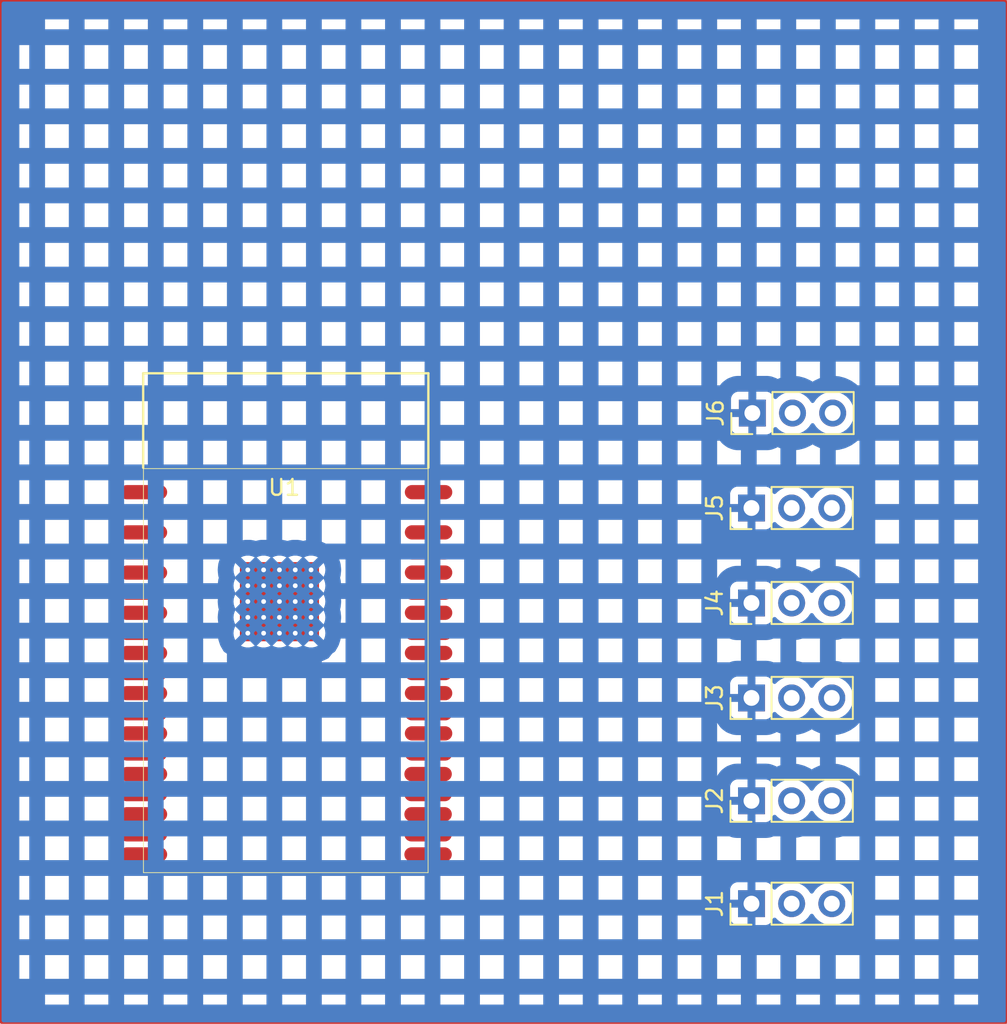
<source format=kicad_pcb>
(kicad_pcb (version 20240108) (generator "pcbnew") (generator_version "8.0")
  (layers (0 "F.Cu" signal) (31 "B.Cu" signal) (34 "B.Paste" user) (35 "F.Paste" user) (36 "B.SilkS" user "B.Silkscreen") (37 "F.SilkS" user "F.Silkscreen") (38 "B.Mask" user) (39 "F.Mask" user) (44 "Edge.Cuts" user))
  (net 0 "")
  (net 1 "5V")
  (net 2 "GND")
  (net 3 "Net-(J1-Pin_3)")
  (net 4 "Net-(J2-Pin_3)")
  (net 5 "Net-(J3-Pin_3)")
  (net 6 "Net-(J4-Pin_3)")
  (net 7 "Net-(J5-Pin_3)")
  (net 8 "Net-(J6-Pin_3)")
  (footprint "Connector_PinHeader_2.54mm:PinHeader_1x03_P2.54mm_Vertical" (layer "F.Cu") (at 222.42 71.5 90)
    (property "Reference" "J5" (at 0 -2.33 90) (layer "F.SilkS"))
    (property "Value" "Servo shoulder Header")
    (fp_line (start -1.33 -1.33) (end 0 -1.33) (stroke (width 0.12)) (layer "F.SilkS"))
    (fp_line (start -1.33 0) (end -1.33 -1.33) (stroke (width 0.12)) (layer "F.SilkS"))
    (fp_line (start 1.33 1.27) (end 1.33 6.41) (stroke (width 0.12)) (layer "F.SilkS"))
    (fp_line (start -1.33 1.27) (end 1.33 1.27) (stroke (width 0.12)) (layer "F.SilkS"))
    (fp_line (start -1.33 1.27) (end -1.33 6.41) (stroke (width 0.12)) (layer "F.SilkS"))
    (fp_line (start -1.33 6.41) (end 1.33 6.41) (stroke (width 0.12)) (layer "F.SilkS"))
    (pad "1" thru_hole rect (at 0 0 90) (size 1.7 1.7) (drill 1) (layers "*.Cu" "*.Mask") (net 2 "GND"))
    (pad "2" thru_hole oval (at 0 2.54 90) (size 1.7 1.7) (drill 1) (layers "*.Cu" "*.Mask") (net 1 "5V"))
    (pad "3" thru_hole oval (at 0 5.08 90) (size 1.7 1.7) (drill 1) (layers "*.Cu" "*.Mask") (net 7 "Net-(J5-Pin_3)"))
  )
  (footprint "Connector_PinHeader_2.54mm:PinHeader_1x03_P2.54mm_Vertical" (layer "F.Cu") (at 222.475 65.5 90)
    (property "Reference" "J6" (at 0 -2.33 90) (layer "F.SilkS"))
    (property "Value" "Servo waist Header")
    (fp_line (start -1.33 -1.33) (end 0 -1.33) (stroke (width 0.12)) (layer "F.SilkS"))
    (fp_line (start -1.33 0) (end -1.33 -1.33) (stroke (width 0.12)) (layer "F.SilkS"))
    (fp_line (start 1.33 1.27) (end 1.33 6.41) (stroke (width 0.12)) (layer "F.SilkS"))
    (fp_line (start -1.33 1.27) (end 1.33 1.27) (stroke (width 0.12)) (layer "F.SilkS"))
    (fp_line (start -1.33 1.27) (end -1.33 6.41) (stroke (width 0.12)) (layer "F.SilkS"))
    (fp_line (start -1.33 6.41) (end 1.33 6.41) (stroke (width 0.12)) (layer "F.SilkS"))
    (pad "1" thru_hole rect (at 0 0 90) (size 1.7 1.7) (drill 1) (layers "*.Cu" "*.Mask") (net 2 "GND"))
    (pad "2" thru_hole oval (at 0 2.54 90) (size 1.7 1.7) (drill 1) (layers "*.Cu" "*.Mask") (net 1 "5V"))
    (pad "3" thru_hole oval (at 0 5.08 90) (size 1.7 1.7) (drill 1) (layers "*.Cu" "*.Mask") (net 8 "Net-(J6-Pin_3)"))
  )
  (footprint "Connector_PinHeader_2.54mm:PinHeader_1x03_P2.54mm_Vertical" (layer "F.Cu") (at 222.42 90 90)
    (property "Reference" "J2" (at 0 -2.33 90) (layer "F.SilkS"))
    (property "Value" "Servo wrist pitch Header")
    (fp_line (start -1.33 -1.33) (end 0 -1.33) (stroke (width 0.12)) (layer "F.SilkS"))
    (fp_line (start -1.33 0) (end -1.33 -1.33) (stroke (width 0.12)) (layer "F.SilkS"))
    (fp_line (start 1.33 1.27) (end 1.33 6.41) (stroke (width 0.12)) (layer "F.SilkS"))
    (fp_line (start -1.33 1.27) (end 1.33 1.27) (stroke (width 0.12)) (layer "F.SilkS"))
    (fp_line (start -1.33 1.27) (end -1.33 6.41) (stroke (width 0.12)) (layer "F.SilkS"))
    (fp_line (start -1.33 6.41) (end 1.33 6.41) (stroke (width 0.12)) (layer "F.SilkS"))
    (pad "1" thru_hole rect (at 0 0 90) (size 1.7 1.7) (drill 1) (layers "*.Cu" "*.Mask") (net 2 "GND"))
    (pad "2" thru_hole oval (at 0 2.54 90) (size 1.7 1.7) (drill 1) (layers "*.Cu" "*.Mask") (net 1 "5V"))
    (pad "3" thru_hole oval (at 0 5.08 90) (size 1.7 1.7) (drill 1) (layers "*.Cu" "*.Mask") (net 4 "Net-(J2-Pin_3)"))
  )
  (footprint "Connector_PinHeader_2.54mm:PinHeader_1x03_P2.54mm_Vertical" (layer "F.Cu") (at 222.42 96.5 90)
    (property "Reference" "J1" (at 0 -2.33 90) (layer "F.SilkS"))
    (property "Value" "Servo gripper Header")
    (fp_line (start -1.33 -1.33) (end 0 -1.33) (stroke (width 0.12)) (layer "F.SilkS"))
    (fp_line (start -1.33 0) (end -1.33 -1.33) (stroke (width 0.12)) (layer "F.SilkS"))
    (fp_line (start 1.33 1.27) (end 1.33 6.41) (stroke (width 0.12)) (layer "F.SilkS"))
    (fp_line (start -1.33 1.27) (end 1.33 1.27) (stroke (width 0.12)) (layer "F.SilkS"))
    (fp_line (start -1.33 1.27) (end -1.33 6.41) (stroke (width 0.12)) (layer "F.SilkS"))
    (fp_line (start -1.33 6.41) (end 1.33 6.41) (stroke (width 0.12)) (layer "F.SilkS"))
    (pad "1" thru_hole rect (at 0 0 90) (size 1.7 1.7) (drill 1) (layers "*.Cu" "*.Mask") (net 2 "GND"))
    (pad "2" thru_hole oval (at 0 2.54 90) (size 1.7 1.7) (drill 1) (layers "*.Cu" "*.Mask") (net 1 "5V"))
    (pad "3" thru_hole oval (at 0 5.08 90) (size 1.7 1.7) (drill 1) (layers "*.Cu" "*.Mask") (net 3 "Net-(J1-Pin_3)"))
  )
  (footprint "Library:ESP32-WROVER" (layer "F.Cu") (at 192.97 69.59)
    (property "Reference" "U1" (at -0.1 0.62 0) (layer "F.SilkS"))
    (property "Value" "ESP32-WROVER" (hide yes))
    (fp_line (start -9.017 -0.635) (end -9.017 -6.604) (stroke (width 0.15)) (layer "F.SilkS"))
    (fp_line (start -9 -0.58) (end 9 -0.58) (stroke (width 0.05)) (layer "F.SilkS"))
    (fp_line (start -9 24.95) (end -9 -0.58) (stroke (width 0.05)) (layer "F.SilkS"))
    (fp_line (start 9 -0.58) (end 9 24.95) (stroke (width 0.05)) (layer "F.SilkS"))
    (fp_line (start 9 24.95) (end -9 24.95) (stroke (width 0.05)) (layer "F.SilkS"))
    (fp_line (start 9.017 -6.604) (end -9.017 -6.604) (stroke (width 0.15)) (layer "F.SilkS"))
    (fp_line (start 9.017 -0.635) (end 9.017 -6.604) (stroke (width 0.15)) (layer "F.SilkS"))
    (pad "1" smd oval (at -9 0.91) (size 3 0.9) (layers "F.Cu" "F.Paste" "F.Mask"))
    (pad "2" smd oval (at -9 2.18) (size 3 0.9) (layers "F.Cu" "F.Paste" "F.Mask"))
    (pad "3" smd oval (at -9 3.45) (size 3 0.9) (layers "F.Cu" "F.Paste" "F.Mask"))
    (pad "4" smd oval (at -9 4.72) (size 3 0.9) (layers "F.Cu" "F.Paste" "F.Mask"))
    (pad "5" smd oval (at -9 5.99) (size 3 0.9) (layers "F.Cu" "F.Paste" "F.Mask"))
    (pad "6" smd oval (at -9 7.26) (size 3 0.9) (layers "F.Cu" "F.Paste" "F.Mask"))
    (pad "7" smd oval (at -9 8.53) (size 3 0.9) (layers "F.Cu" "F.Paste" "F.Mask"))
    (pad "8" smd oval (at -9 9.8) (size 3 0.9) (layers "F.Cu" "F.Paste" "F.Mask"))
    (pad "9" smd oval (at -9 11.07) (size 3 0.9) (layers "F.Cu" "F.Paste" "F.Mask"))
    (pad "10" smd oval (at -9 12.34) (size 3 0.9) (layers "F.Cu" "F.Paste" "F.Mask") (net 8 "Net-(J6-Pin_3)"))
    (pad "11" smd oval (at -9 13.61) (size 3 0.9) (layers "F.Cu" "F.Paste" "F.Mask") (net 7 "Net-(J5-Pin_3)"))
    (pad "12" smd oval (at -9 14.88) (size 3 0.9) (layers "F.Cu" "F.Paste" "F.Mask") (net 6 "Net-(J4-Pin_3)"))
    (pad "13" smd oval (at -9 16.15) (size 3 0.9) (layers "F.Cu" "F.Paste" "F.Mask"))
    (pad "14" smd oval (at -9 17.42) (size 3 0.9) (layers "F.Cu" "F.Paste" "F.Mask"))
    (pad "15" smd oval (at -9 18.72) (size 3 0.9) (layers "F.Cu" "F.Paste" "F.Mask"))
    (pad "16" smd oval (at -9 19.99) (size 3 0.9) (layers "F.Cu" "F.Paste" "F.Mask"))
    (pad "17" smd oval (at -9 21.26) (size 3 0.9) (layers "F.Cu" "F.Paste" "F.Mask"))
    (pad "18" smd oval (at -9 22.53) (size 3 0.9) (layers "F.Cu" "F.Paste" "F.Mask"))
    (pad "19" smd oval (at -9 23.8) (size 3 0.9) (layers "F.Cu" "F.Paste" "F.Mask"))
    (pad "20" smd oval (at 9 23.8) (size 3 0.9) (layers "F.Cu" "F.Paste" "F.Mask"))
    (pad "21" smd oval (at 9 22.53) (size 3 0.9) (layers "F.Cu" "F.Paste" "F.Mask"))
    (pad "22" smd oval (at 9 21.26) (size 3 0.9) (layers "F.Cu" "F.Paste" "F.Mask"))
    (pad "23" smd oval (at 9 19.99) (size 3 0.9) (layers "F.Cu" "F.Paste" "F.Mask"))
    (pad "24" smd oval (at 9 18.72) (size 3 0.9) (layers "F.Cu" "F.Paste" "F.Mask"))
    (pad "25" smd oval (at 9.03 17.42) (size 3 0.9) (layers "F.Cu" "F.Paste" "F.Mask"))
    (pad "26" smd oval (at 9.03 16.15) (size 3 0.9) (layers "F.Cu" "F.Paste" "F.Mask"))
    (pad "27" smd oval (at 9.03 14.88) (size 3 0.9) (layers "F.Cu" "F.Paste" "F.Mask"))
    (pad "28" smd oval (at 9.03 13.61) (size 3 0.9) (layers "F.Cu" "F.Paste" "F.Mask"))
    (pad "29" smd oval (at 9.03 12.34) (size 3 0.9) (layers "F.Cu" "F.Paste" "F.Mask"))
    (pad "30" smd oval (at 9.03 11.07) (size 3 0.9) (layers "F.Cu" "F.Paste" "F.Mask") (net 3 "Net-(J1-Pin_3)"))
    (pad "31" smd oval (at 9.03 9.8) (size 3 0.9) (layers "F.Cu" "F.Paste" "F.Mask") (net 5 "Net-(J3-Pin_3)"))
    (pad "32" smd oval (at 9.03 8.53) (size 3 0.9) (layers "F.Cu" "F.Paste" "F.Mask"))
    (pad "33" smd oval (at 9.03 7.26) (size 3 0.9) (layers "F.Cu" "F.Paste" "F.Mask") (net 4 "Net-(J2-Pin_3)"))
    (pad "34" smd oval (at 9.03 5.99) (size 3 0.9) (layers "F.Cu" "F.Paste" "F.Mask"))
    (pad "35" smd oval (at 9.03 4.72) (size 3 0.9) (layers "F.Cu" "F.Paste" "F.Mask"))
    (pad "36" smd oval (at 9.03 3.45) (size 3 0.9) (layers "F.Cu" "F.Paste" "F.Mask"))
    (pad "37" smd oval (at 9.03 2.18) (size 3 0.9) (layers "F.Cu" "F.Paste" "F.Mask"))
    (pad "38" smd oval (at 9.03 0.91) (size 3 0.9) (layers "F.Cu" "F.Paste" "F.Mask") (net 2 "GND"))
    (pad "39" thru_hole circle (at -2.4 5.82) (size 0.8 0.8) (drill 0.3) (layers "*.Cu" "*.Mask") (net 2 "GND"))
    (pad "39" thru_hole circle (at -2.4 6.82) (size 0.8 0.8) (drill 0.3) (layers "*.Cu" "*.Mask") (net 2 "GND"))
    (pad "39" thru_hole circle (at -2.4 7.82) (size 0.8 0.8) (drill 0.3) (layers "*.Cu" "*.Mask") (net 2 "GND"))
    (pad "39" thru_hole circle (at -2.4 8.82) (size 0.8 0.8) (drill 0.3) (layers "*.Cu" "*.Mask") (net 2 "GND"))
    (pad "39" thru_hole circle (at -2.4 9.82) (size 0.8 0.8) (drill 0.3) (layers "*.Cu" "*.Mask") (net 2 "GND"))
    (pad "39" thru_hole circle (at -1.4 5.82) (size 0.8 0.8) (drill 0.3) (layers "*.Cu" "*.Mask") (net 2 "GND"))
    (pad "39" thru_hole circle (at -1.4 6.82) (size 0.8 0.8) (drill 0.3) (layers "*.Cu" "*.Mask") (net 2 "GND"))
    (pad "39" thru_hole circle (at -1.4 7.82) (size 0.8 0.8) (drill 0.3) (layers "*.Cu" "*.Mask") (net 2 "GND"))
    (pad "39" thru_hole circle (at -1.4 8.82) (size 0.8 0.8) (drill 0.3) (layers "*.Cu" "*.Mask") (net 2 "GND"))
    (pad "39" thru_hole circle (at -1.4 9.82) (size 0.8 0.8) (drill 0.3) (layers "*.Cu" "*.Mask") (net 2 "GND"))
    (pad "39" thru_hole circle (at -0.4 5.82) (size 0.8 0.8) (drill 0.3) (layers "*.Cu" "*.Mask") (net 2 "GND"))
    (pad "39" thru_hole circle (at -0.4 6.82) (size 0.8 0.8) (drill 0.3) (layers "*.Cu" "*.Mask") (net 2 "GND"))
    (pad "39" thru_hole circle (at -0.4 7.82) (size 0.8 0.8) (drill 0.3) (layers "*.Cu" "*.Mask") (net 2 "GND"))
    (pad "39" smd rect (at -0.4 7.83) (size 5 5) (layers "F.Cu" "F.Paste" "F.Mask") (net 2 "GND"))
    (pad "39" thru_hole circle (at -0.4 8.82) (size 0.8 0.8) (drill 0.3) (layers "*.Cu" "*.Mask") (net 2 "GND"))
    (pad "39" thru_hole circle (at -0.4 9.82) (size 0.8 0.8) (drill 0.3) (layers "*.Cu" "*.Mask") (net 2 "GND"))
    (pad "39" thru_hole circle (at 0.6 5.82) (size 0.8 0.8) (drill 0.3) (layers "*.Cu" "*.Mask") (net 2 "GND"))
    (pad "39" thru_hole circle (at 0.6 6.82) (size 0.8 0.8) (drill 0.3) (layers "*.Cu" "*.Mask") (net 2 "GND"))
    (pad "39" thru_hole circle (at 0.6 7.82) (size 0.8 0.8) (drill 0.3) (layers "*.Cu" "*.Mask") (net 2 "GND"))
    (pad "39" thru_hole circle (at 0.6 8.82) (size 0.8 0.8) (drill 0.3) (layers "*.Cu" "*.Mask") (net 2 "GND"))
    (pad "39" thru_hole circle (at 0.6 9.82) (size 0.8 0.8) (drill 0.3) (layers "*.Cu" "*.Mask") (net 2 "GND"))
    (pad "39" thru_hole circle (at 1.6 5.82) (size 0.8 0.8) (drill 0.3) (layers "*.Cu" "*.Mask") (net 2 "GND"))
    (pad "39" thru_hole circle (at 1.6 6.82) (size 0.8 0.8) (drill 0.3) (layers "*.Cu" "*.Mask") (net 2 "GND"))
    (pad "39" thru_hole circle (at 1.6 7.82) (size 0.8 0.8) (drill 0.3) (layers "*.Cu" "*.Mask") (net 2 "GND"))
    (pad "39" thru_hole circle (at 1.6 8.82) (size 0.8 0.8) (drill 0.3) (layers "*.Cu" "*.Mask") (net 2 "GND"))
    (pad "39" thru_hole circle (at 1.6 9.82) (size 0.8 0.8) (drill 0.3) (layers "*.Cu" "*.Mask") (net 2 "GND"))
  )
  (footprint "Connector_PinHeader_2.54mm:PinHeader_1x03_P2.54mm_Vertical" (layer "F.Cu") (at 222.42 83.5 90)
    (property "Reference" "J3" (at 0 -2.33 90) (layer "F.SilkS"))
    (property "Value" "Servo wrist roll Header")
    (fp_line (start -1.33 -1.33) (end 0 -1.33) (stroke (width 0.12)) (layer "F.SilkS"))
    (fp_line (start -1.33 0) (end -1.33 -1.33) (stroke (width 0.12)) (layer "F.SilkS"))
    (fp_line (start 1.33 1.27) (end 1.33 6.41) (stroke (width 0.12)) (layer "F.SilkS"))
    (fp_line (start -1.33 1.27) (end 1.33 1.27) (stroke (width 0.12)) (layer "F.SilkS"))
    (fp_line (start -1.33 1.27) (end -1.33 6.41) (stroke (width 0.12)) (layer "F.SilkS"))
    (fp_line (start -1.33 6.41) (end 1.33 6.41) (stroke (width 0.12)) (layer "F.SilkS"))
    (pad "1" thru_hole rect (at 0 0 90) (size 1.7 1.7) (drill 1) (layers "*.Cu" "*.Mask") (net 2 "GND"))
    (pad "2" thru_hole oval (at 0 2.54 90) (size 1.7 1.7) (drill 1) (layers "*.Cu" "*.Mask") (net 1 "5V"))
    (pad "3" thru_hole oval (at 0 5.08 90) (size 1.7 1.7) (drill 1) (layers "*.Cu" "*.Mask") (net 5 "Net-(J3-Pin_3)"))
  )
  (footprint "Connector_PinHeader_2.54mm:PinHeader_1x03_P2.54mm_Vertical" (layer "F.Cu") (at 222.42 77.5 90)
    (property "Reference" "J4" (at 0 -2.33 90) (layer "F.SilkS"))
    (property "Value" "Servo elbow Header")
    (fp_line (start -1.33 -1.33) (end 0 -1.33) (stroke (width 0.12)) (layer "F.SilkS"))
    (fp_line (start -1.33 0) (end -1.33 -1.33) (stroke (width 0.12)) (layer "F.SilkS"))
    (fp_line (start 1.33 1.27) (end 1.33 6.41) (stroke (width 0.12)) (layer "F.SilkS"))
    (fp_line (start -1.33 1.27) (end 1.33 1.27) (stroke (width 0.12)) (layer "F.SilkS"))
    (fp_line (start -1.33 1.27) (end -1.33 6.41) (stroke (width 0.12)) (layer "F.SilkS"))
    (fp_line (start -1.33 6.41) (end 1.33 6.41) (stroke (width 0.12)) (layer "F.SilkS"))
    (pad "1" thru_hole rect (at 0 0 90) (size 1.7 1.7) (drill 1) (layers "*.Cu" "*.Mask") (net 2 "GND"))
    (pad "2" thru_hole oval (at 0 2.54 90) (size 1.7 1.7) (drill 1) (layers "*.Cu" "*.Mask") (net 1 "5V"))
    (pad "3" thru_hole oval (at 0 5.08 90) (size 1.7 1.7) (drill 1) (layers "*.Cu" "*.Mask") (net 6 "Net-(J4-Pin_3)"))
  )
  (gr_rect (start 175 39.5) (end 238.5 104) (stroke (width 0.2)) (fill none) (layer "F.Cu"))
  (zone (net 2) (net_name "GND") (layer "B.Cu") (connect_pads (clearance 0.5)) (min_thickness 0.25) (fill yes (mode hatch) (thermal_gap 0.5) (thermal_bridge_width 0.5) (hatch_thickness 1) (hatch_gap 1.5) (hatch_orientation 0) (hatch_border_algorithm hatch_thickness) (hatch_min_hole_area 0.3))
    (polygon (pts (xy 175 39.5) (xy 175 104) (xy 238.5 104) (xy 238.5 39.5)))
  )
)
</source>
